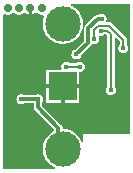
<source format=gbl>
G04*
G04 #@! TF.GenerationSoftware,Altium Limited,Altium Designer,20.1.12 (249)*
G04*
G04 Layer_Physical_Order=2*
G04 Layer_Color=2441676*
%FSLAX44Y44*%
%MOMM*%
G71*
G04*
G04 #@! TF.SameCoordinates,15848DA5-C093-47F5-B49A-54F1C2627FDF*
G04*
G04*
G04 #@! TF.FilePolarity,Positive*
G04*
G01*
G75*
%ADD11C,0.2000*%
%ADD38C,0.3000*%
%ADD41C,0.7000*%
%ADD42C,3.0000*%
%ADD43C,0.4500*%
%ADD44R,2.4000X2.4000*%
G36*
X109992Y32250D02*
X70250D01*
Y25477D01*
X69000Y25250D01*
X68714Y26009D01*
X68255Y27023D01*
X67730Y28005D01*
X67142Y28950D01*
X66494Y29855D01*
X65788Y30715D01*
X65027Y31527D01*
X64215Y32288D01*
X63354Y32994D01*
X62450Y33643D01*
X61504Y34230D01*
X60523Y34755D01*
X59509Y35214D01*
X58467Y35607D01*
X57402Y35930D01*
X56318Y36182D01*
X55220Y36364D01*
X54112Y36473D01*
X53000Y36509D01*
X52765Y36737D01*
Y37243D01*
X52735Y37701D01*
X52645Y38150D01*
X52498Y38585D01*
X52295Y38996D01*
X52040Y39378D01*
X51738Y39723D01*
X35508Y55953D01*
Y59100D01*
X35689Y59370D01*
X35935Y59870D01*
X36114Y60398D01*
X36223Y60944D01*
X36259Y61500D01*
X36223Y62056D01*
X36114Y62602D01*
X35935Y63130D01*
X35689Y63629D01*
X35379Y64093D01*
X35012Y64512D01*
X34593Y64879D01*
X34130Y65188D01*
X33630Y65435D01*
X33102Y65614D01*
X32556Y65723D01*
X32000Y65759D01*
X31444Y65723D01*
X30898Y65614D01*
X30370Y65435D01*
X29871Y65188D01*
X29600Y65008D01*
X20400D01*
X20129Y65188D01*
X19630Y65435D01*
X19102Y65614D01*
X18556Y65723D01*
X18000Y65759D01*
X17444Y65723D01*
X16898Y65614D01*
X16370Y65435D01*
X15870Y65188D01*
X15407Y64879D01*
X14988Y64512D01*
X14621Y64093D01*
X14311Y63629D01*
X14065Y63130D01*
X13886Y62602D01*
X13777Y62056D01*
X13741Y61500D01*
X13777Y60944D01*
X13886Y60398D01*
X14065Y59870D01*
X14311Y59370D01*
X14621Y58907D01*
X14988Y58488D01*
X15407Y58121D01*
X15870Y57811D01*
X16370Y57565D01*
X16898Y57386D01*
X17444Y57277D01*
X18000Y57241D01*
X18556Y57277D01*
X19102Y57386D01*
X19630Y57565D01*
X20129Y57811D01*
X20400Y57993D01*
X28493D01*
Y54500D01*
X28523Y54042D01*
X28612Y53592D01*
X28760Y53158D01*
X28962Y52746D01*
X29217Y52365D01*
X29520Y52020D01*
X45513Y36026D01*
X45493Y35329D01*
X45369Y34697D01*
X44495Y34230D01*
X43550Y33643D01*
X42645Y32994D01*
X41785Y32288D01*
X40972Y31527D01*
X40212Y30715D01*
X39506Y29855D01*
X38857Y28950D01*
X38270Y28005D01*
X37745Y27023D01*
X37285Y26009D01*
X36893Y24967D01*
X36570Y23902D01*
X36318Y22818D01*
X36136Y21720D01*
X36027Y20612D01*
X35991Y19500D01*
X36027Y18388D01*
X36136Y17280D01*
X36318Y16182D01*
X36570Y15098D01*
X36893Y14033D01*
X37285Y12991D01*
X37745Y11977D01*
X38270Y10996D01*
X38857Y10050D01*
X39506Y9146D01*
X40212Y8285D01*
X40972Y7473D01*
X41785Y6712D01*
X42645Y6006D01*
X43550Y5357D01*
X44495Y4770D01*
X45477Y4245D01*
X46491Y3786D01*
X46565Y3758D01*
X46337Y2508D01*
X2508D01*
Y133056D01*
X3152Y133530D01*
X3758Y133731D01*
X4110Y133537D01*
X4681Y133300D01*
X5274Y133129D01*
X5883Y133026D01*
X6500Y132991D01*
X7117Y133026D01*
X7726Y133129D01*
X8319Y133300D01*
X8890Y133537D01*
X9431Y133836D01*
X9935Y134193D01*
X10299Y134518D01*
X10479Y134605D01*
X11771D01*
X11952Y134518D01*
X12315Y134193D01*
X12819Y133836D01*
X13360Y133537D01*
X13931Y133300D01*
X14524Y133129D01*
X15133Y133026D01*
X15750Y132991D01*
X16367Y133026D01*
X16976Y133129D01*
X17569Y133300D01*
X18140Y133537D01*
X18681Y133836D01*
X19185Y134193D01*
X19645Y134605D01*
X19836Y134818D01*
X20625Y134962D01*
X21414Y134818D01*
X21605Y134605D01*
X22065Y134193D01*
X22569Y133836D01*
X23110Y133537D01*
X23681Y133300D01*
X24274Y133129D01*
X24500Y133091D01*
Y138500D01*
X26500D01*
Y133091D01*
X26726Y133129D01*
X27319Y133300D01*
X27890Y133537D01*
X28431Y133836D01*
X28935Y134193D01*
X29395Y134605D01*
X29586Y134818D01*
X30375Y134962D01*
X31164Y134818D01*
X31355Y134605D01*
X31815Y134193D01*
X32319Y133836D01*
X32860Y133537D01*
X33431Y133300D01*
X34024Y133129D01*
X34633Y133026D01*
X35250Y132991D01*
X35867Y133026D01*
X36416Y133119D01*
X36571Y133009D01*
X37313Y132070D01*
X37285Y132009D01*
X36893Y130967D01*
X36570Y129902D01*
X36318Y128818D01*
X36136Y127720D01*
X36027Y126612D01*
X35991Y125500D01*
X36027Y124388D01*
X36136Y123280D01*
X36318Y122182D01*
X36570Y121098D01*
X36893Y120033D01*
X37285Y118991D01*
X37745Y117977D01*
X38270Y116995D01*
X38857Y116050D01*
X39506Y115146D01*
X40212Y114285D01*
X40972Y113473D01*
X41785Y112712D01*
X42645Y112006D01*
X43550Y111357D01*
X44495Y110770D01*
X45477Y110245D01*
X46491Y109786D01*
X47532Y109394D01*
X48597Y109071D01*
X49682Y108818D01*
X50780Y108636D01*
X51887Y108527D01*
X53000Y108491D01*
X54112Y108527D01*
X55220Y108636D01*
X56318Y108818D01*
X57402Y109071D01*
X58467Y109394D01*
X59509Y109786D01*
X60523Y110245D01*
X61504Y110770D01*
X62450Y111357D01*
X63354Y112006D01*
X64215Y112712D01*
X65027Y113473D01*
X65788Y114285D01*
X66494Y115146D01*
X67142Y116050D01*
X67730Y116995D01*
X68255Y117977D01*
X68714Y118991D01*
X69106Y120033D01*
X69429Y121098D01*
X69682Y122182D01*
X69863Y123280D01*
X69973Y124388D01*
X70009Y125500D01*
X69973Y126612D01*
X69863Y127720D01*
X69682Y128818D01*
X69429Y129902D01*
X69106Y130967D01*
X68714Y132009D01*
X68255Y133023D01*
X67730Y134005D01*
X67142Y134950D01*
X66494Y135855D01*
X65788Y136715D01*
X65027Y137527D01*
X64215Y138288D01*
X63354Y138994D01*
X62450Y139643D01*
X61504Y140230D01*
X60523Y140755D01*
X59509Y141214D01*
X59435Y141242D01*
X59662Y142492D01*
X109992D01*
Y32250D01*
D02*
G37*
%LPC*%
G36*
X85806Y133944D02*
X85250Y133908D01*
X84704Y133799D01*
X84176Y133620D01*
X83677Y133374D01*
X83213Y133064D01*
X83117Y132980D01*
X82473D01*
X82015Y132950D01*
X81565Y132861D01*
X81130Y132713D01*
X80719Y132510D01*
X80337Y132255D01*
X79992Y131953D01*
X72020Y123980D01*
X71717Y123635D01*
X71462Y123254D01*
X71259Y122842D01*
X71112Y122408D01*
X71023Y121958D01*
X70992Y121500D01*
Y110743D01*
X63790Y103540D01*
X63470Y103476D01*
X62943Y103297D01*
X62443Y103051D01*
X61980Y102741D01*
X61561Y102374D01*
X61193Y101955D01*
X60884Y101492D01*
X60637Y100992D01*
X60458Y100464D01*
X60350Y99918D01*
X60313Y99362D01*
X60350Y98806D01*
X60458Y98260D01*
X60637Y97732D01*
X60884Y97233D01*
X61193Y96769D01*
X61561Y96351D01*
X61980Y95983D01*
X62443Y95674D01*
X62943Y95427D01*
X63470Y95248D01*
X64016Y95140D01*
X64572Y95103D01*
X65128Y95140D01*
X65675Y95248D01*
X66202Y95427D01*
X66702Y95674D01*
X67165Y95983D01*
X67584Y96351D01*
X67951Y96769D01*
X68261Y97233D01*
X68507Y97732D01*
X68686Y98260D01*
X68750Y98579D01*
X76980Y106810D01*
X77283Y107155D01*
X77538Y107536D01*
X77741Y107948D01*
X77861Y108301D01*
X78348Y108136D01*
X78894Y108027D01*
X79450Y107991D01*
X80006Y108027D01*
X80552Y108136D01*
X81080Y108315D01*
X81580Y108561D01*
X82043Y108871D01*
X82462Y109238D01*
X82829Y109657D01*
X83139Y110120D01*
X83385Y110620D01*
X83564Y111148D01*
X83673Y111694D01*
X83709Y112250D01*
X83673Y112806D01*
X83564Y113352D01*
X83385Y113880D01*
X83290Y114072D01*
X83685Y114796D01*
X84135Y115139D01*
X84444Y115077D01*
X85000Y115041D01*
X85556Y115077D01*
X86102Y115186D01*
X86630Y115365D01*
X87129Y115611D01*
X87593Y115921D01*
X88012Y116288D01*
X88189Y116491D01*
X89504D01*
X90741Y115253D01*
Y72264D01*
X90738Y72262D01*
X90371Y71843D01*
X90062Y71379D01*
X89815Y70880D01*
X89636Y70352D01*
X89527Y69806D01*
X89491Y69250D01*
X89527Y68694D01*
X89636Y68148D01*
X89815Y67620D01*
X90062Y67120D01*
X90371Y66657D01*
X90738Y66238D01*
X91157Y65871D01*
X91621Y65561D01*
X92120Y65315D01*
X92648Y65136D01*
X93194Y65027D01*
X93750Y64991D01*
X94306Y65027D01*
X94852Y65136D01*
X95380Y65315D01*
X95879Y65561D01*
X96343Y65871D01*
X96762Y66238D01*
X97129Y66657D01*
X97438Y67120D01*
X97685Y67620D01*
X97864Y68148D01*
X97973Y68694D01*
X98009Y69250D01*
X97973Y69806D01*
X97864Y70352D01*
X97685Y70880D01*
X97438Y71379D01*
X97129Y71843D01*
X96762Y72262D01*
X96759Y72264D01*
Y113352D01*
X97914Y113830D01*
X101241Y110504D01*
Y107764D01*
X101238Y107762D01*
X100871Y107343D01*
X100562Y106880D01*
X100315Y106380D01*
X100136Y105852D01*
X100027Y105306D01*
X99991Y104750D01*
X100027Y104194D01*
X100136Y103648D01*
X100315Y103120D01*
X100562Y102620D01*
X100871Y102157D01*
X101238Y101738D01*
X101657Y101371D01*
X102121Y101061D01*
X102620Y100815D01*
X103148Y100636D01*
X103694Y100527D01*
X104250Y100491D01*
X104806Y100527D01*
X105352Y100636D01*
X105880Y100815D01*
X106379Y101061D01*
X106843Y101371D01*
X107262Y101738D01*
X107629Y102157D01*
X107938Y102620D01*
X108185Y103120D01*
X108364Y103648D01*
X108473Y104194D01*
X108509Y104750D01*
X108473Y105306D01*
X108364Y105852D01*
X108185Y106380D01*
X107938Y106880D01*
X107629Y107343D01*
X107262Y107762D01*
X107259Y107764D01*
Y111750D01*
X107222Y112221D01*
X107112Y112680D01*
X106931Y113116D01*
X106685Y113519D01*
X106378Y113878D01*
X94378Y125878D01*
X94019Y126185D01*
X93616Y126431D01*
X93180Y126612D01*
X92721Y126722D01*
X92250Y126759D01*
X90466D01*
X90250Y126936D01*
X89718Y128009D01*
X89741Y128055D01*
X89920Y128583D01*
X90029Y129129D01*
X90065Y129685D01*
X90029Y130241D01*
X89920Y130788D01*
X89741Y131315D01*
X89494Y131815D01*
X89185Y132278D01*
X88818Y132697D01*
X88399Y133064D01*
X87935Y133374D01*
X87436Y133620D01*
X86908Y133799D01*
X86362Y133908D01*
X85806Y133944D01*
D02*
G37*
G36*
X67250Y93259D02*
X66694Y93223D01*
X66148Y93114D01*
X65620Y92935D01*
X65120Y92689D01*
X64657Y92379D01*
X64238Y92012D01*
X64236Y92009D01*
X59011D01*
X59009Y92012D01*
X58590Y92379D01*
X58127Y92689D01*
X57627Y92935D01*
X57100Y93114D01*
X56553Y93223D01*
X55997Y93259D01*
X55441Y93223D01*
X54895Y93114D01*
X54367Y92935D01*
X53868Y92689D01*
X53405Y92379D01*
X52986Y92012D01*
X52618Y91593D01*
X52309Y91130D01*
X52063Y90630D01*
X51883Y90102D01*
X51775Y89556D01*
X51738Y89000D01*
X51775Y88444D01*
X51883Y87898D01*
X51934Y87750D01*
X51456Y86823D01*
X51098Y86500D01*
X39000D01*
Y73500D01*
X53000D01*
X67000D01*
Y84507D01*
X67250Y84741D01*
X67806Y84777D01*
X68352Y84886D01*
X68880Y85065D01*
X69380Y85311D01*
X69843Y85621D01*
X70262Y85988D01*
X70629Y86407D01*
X70939Y86870D01*
X71185Y87370D01*
X71364Y87898D01*
X71473Y88444D01*
X71509Y89000D01*
X71473Y89556D01*
X71364Y90102D01*
X71185Y90630D01*
X70939Y91130D01*
X70629Y91593D01*
X70262Y92012D01*
X69843Y92379D01*
X69380Y92689D01*
X68880Y92935D01*
X68352Y93114D01*
X67806Y93223D01*
X67250Y93259D01*
D02*
G37*
G36*
X67000Y71500D02*
X54000D01*
Y58500D01*
X67000D01*
Y71500D01*
D02*
G37*
G36*
X52000D02*
X39000D01*
Y58500D01*
X52000D01*
Y71500D01*
D02*
G37*
%LPD*%
D11*
X55997Y89000D02*
X67250D01*
X79250Y112450D02*
Y120397D01*
X82603Y123750D01*
X92250D01*
X85200Y119500D02*
X90750D01*
X85000Y119300D02*
X85200Y119500D01*
X79250Y112450D02*
X79450Y112250D01*
X104250Y104750D02*
Y111750D01*
X92250Y123750D02*
X104250Y111750D01*
X90750Y119500D02*
X93750Y116500D01*
Y69250D02*
Y116500D01*
D38*
X53000Y72500D02*
X70000D01*
X53000Y56000D02*
Y72500D01*
X52750Y55750D02*
X53000Y56000D01*
X34750Y72500D02*
X53000D01*
X34500Y72250D02*
X34750Y72500D01*
X32000Y54500D02*
Y61500D01*
X49257Y23242D02*
X53000Y19500D01*
X49257Y23242D02*
Y37243D01*
X32000Y54500D02*
X49257Y37243D01*
X18000Y61500D02*
X32000D01*
X74500Y109290D02*
Y121500D01*
X64572Y99362D02*
X74500Y109290D01*
X85593Y129473D02*
X85806Y129685D01*
X82473Y129473D02*
X85593D01*
X74500Y121500D02*
X82473Y129473D01*
D41*
X6500Y138500D02*
D03*
X15750D02*
D03*
X25500D02*
D03*
X35250D02*
D03*
D42*
X53000Y125500D02*
D03*
Y19500D02*
D03*
D43*
X30250Y120250D02*
D03*
X27250Y126000D02*
D03*
X33000D02*
D03*
X84500Y139500D02*
D03*
X77875D02*
D03*
X71250D02*
D03*
X68750Y55750D02*
D03*
X55997Y89000D02*
D03*
X67250D02*
D03*
X76000Y75250D02*
D03*
Y83500D02*
D03*
X64572Y99362D02*
D03*
X5750Y122250D02*
D03*
Y116000D02*
D03*
Y109750D02*
D03*
X106250Y49500D02*
D03*
Y43250D02*
D03*
Y37000D02*
D03*
X17750Y39750D02*
D03*
Y46000D02*
D03*
Y52250D02*
D03*
X85806Y129685D02*
D03*
X85000Y119300D02*
D03*
X79450Y112250D02*
D03*
X12000Y80500D02*
D03*
X18000Y61500D02*
D03*
X86250Y112500D02*
D03*
X93750Y69250D02*
D03*
X104250Y104750D02*
D03*
X32000Y61500D02*
D03*
X75250Y45250D02*
D03*
D44*
X53000Y72500D02*
D03*
M02*

</source>
